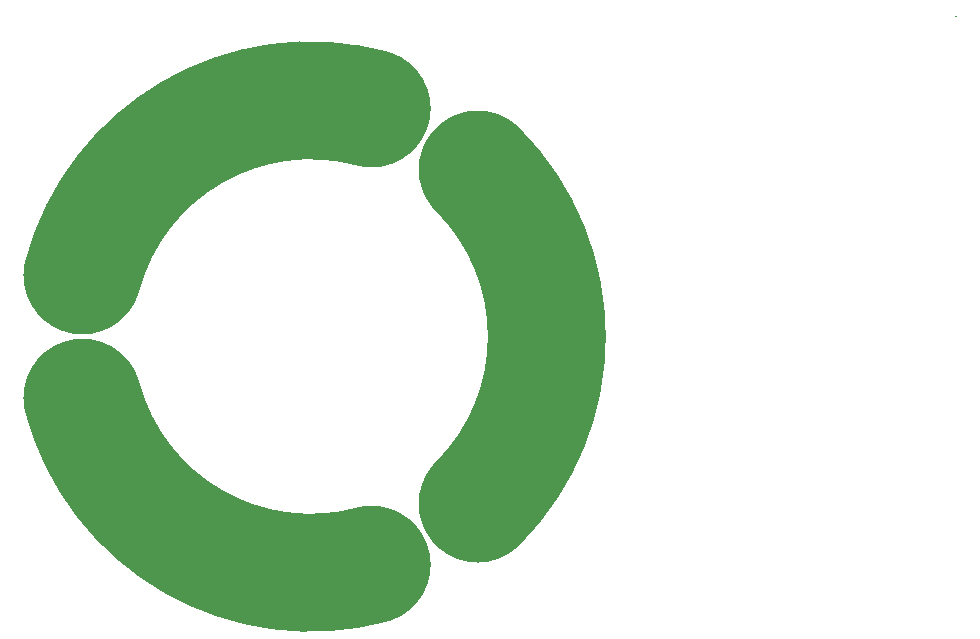
<source format=gtl>
%TF.GenerationSoftware,KiCad,Pcbnew,(6.0.2)*%
%TF.CreationDate,2022-06-23T15:04:17+02:00*%
%TF.ProjectId,touch,746f7563-682e-46b6-9963-61645f706362,rev?*%
%TF.SameCoordinates,Original*%
%TF.FileFunction,Copper,L1,Top*%
%TF.FilePolarity,Positive*%
%FSLAX46Y46*%
G04 Gerber Fmt 4.6, Leading zero omitted, Abs format (unit mm)*
G04 Created by KiCad (PCBNEW (6.0.2)) date 2022-06-23 15:04:17*
%MOMM*%
%LPD*%
G01*
G04 APERTURE LIST*
%TA.AperFunction,EtchedComponent*%
%ADD10C,10.000000*%
%TD*%
%TA.AperFunction,EtchedComponent*%
%ADD11C,0.200000*%
%TD*%
%TA.AperFunction,ComponentPad*%
%ADD12C,2.000000*%
%TD*%
G04 APERTURE END LIST*
D10*
%TO.C,T1*%
X-19318517Y-5176381D02*
G75*
G03*
X5176381Y-19318516I19318516J5176380D01*
G01*
X14142134Y-14142135D02*
G75*
G03*
X14142134Y14142135I-14142135J14142135D01*
G01*
D11*
X54650850Y27139177D02*
G75*
G03*
X54650850Y27139177I0J0D01*
G01*
D10*
X5176385Y19318512D02*
G75*
G03*
X-19318511Y5176378I-5176381J-19318515D01*
G01*
%TD*%
D12*
%TO.P,T1,0,0*%
%TO.N,unconnected-(T1-Pad0)*%
X-10000000Y-17000000D03*
%TO.P,T1,1,1*%
%TO.N,unconnected-(T1-Pad1)*%
X20000000Y0D03*
%TO.P,T1,2,2*%
%TO.N,unconnected-(T1-Pad2)*%
X-10000000Y17000000D03*
%TD*%
M02*

</source>
